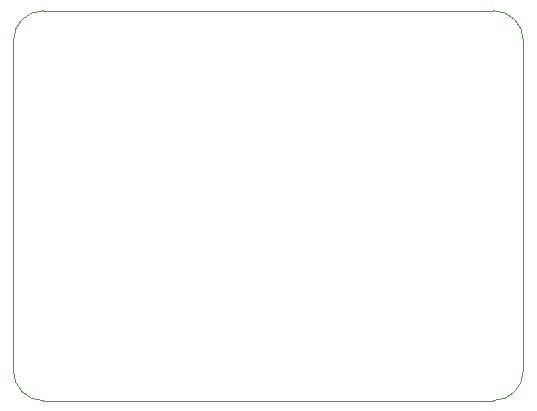
<source format=gbr>
%TF.GenerationSoftware,KiCad,Pcbnew,7.0.6-0*%
%TF.CreationDate,2023-11-30T09:39:26+00:00*%
%TF.ProjectId,TPoS Printer,54506f53-2050-4726-996e-7465722e6b69,rev?*%
%TF.SameCoordinates,Original*%
%TF.FileFunction,Profile,NP*%
%FSLAX46Y46*%
G04 Gerber Fmt 4.6, Leading zero omitted, Abs format (unit mm)*
G04 Created by KiCad (PCBNEW 7.0.6-0) date 2023-11-30 09:39:26*
%MOMM*%
%LPD*%
G01*
G04 APERTURE LIST*
%TA.AperFunction,Profile*%
%ADD10C,0.100000*%
%TD*%
G04 APERTURE END LIST*
D10*
X66675000Y-45085000D02*
X104775000Y-45085000D01*
X64135000Y-75565000D02*
X64135000Y-47625000D01*
X104775000Y-78105000D02*
X66675000Y-78105000D01*
X107315000Y-47625000D02*
X107315000Y-75565000D01*
X104775000Y-78105000D02*
G75*
G03*
X107315000Y-75565000I0J2540000D01*
G01*
X64135000Y-75565000D02*
G75*
G03*
X66675000Y-78105000I2540000J0D01*
G01*
X66675000Y-45085000D02*
G75*
G03*
X64135000Y-47625000I0J-2540000D01*
G01*
X107315000Y-47625000D02*
G75*
G03*
X104775000Y-45085000I-2540000J0D01*
G01*
M02*

</source>
